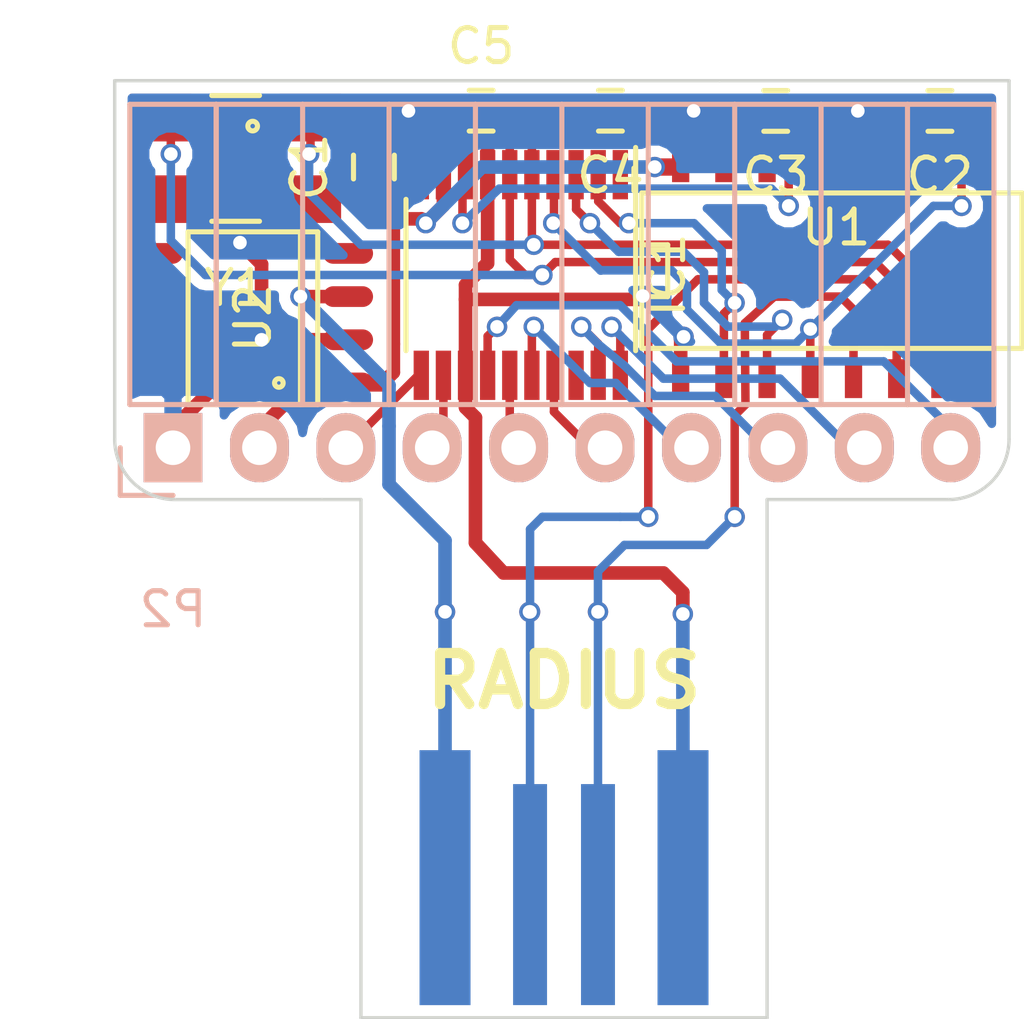
<source format=kicad_pcb>
(kicad_pcb (version 4) (host pcbnew "(2015-04-09 BZR 5589)-product")

  (general
    (links 36)
    (no_connects 0)
    (area 154.127999 104.216999 180.517001 131.876001)
    (thickness 1.6)
    (drawings 16)
    (tracks 247)
    (zones 0)
    (modules 11)
    (nets 20)
  )

  (page A4)
  (layers
    (0 F.Cu signal)
    (31 B.Cu signal)
    (32 B.Adhes user)
    (33 F.Adhes user)
    (34 B.Paste user)
    (35 F.Paste user)
    (36 B.SilkS user)
    (37 F.SilkS user)
    (38 B.Mask user)
    (39 F.Mask user)
    (40 Dwgs.User user)
    (41 Cmts.User user)
    (42 Eco1.User user)
    (43 Eco2.User user)
    (44 Edge.Cuts user)
    (45 Margin user)
    (46 B.CrtYd user)
    (47 F.CrtYd user)
    (48 B.Fab user)
    (49 F.Fab user)
  )

  (setup
    (last_trace_width 0.25)
    (trace_clearance 0.2)
    (zone_clearance 0.33)
    (zone_45_only no)
    (trace_min 0.2)
    (segment_width 0.381)
    (edge_width 0.1)
    (via_size 0.6)
    (via_drill 0.4)
    (via_min_size 0.4)
    (via_min_drill 0.3)
    (uvia_size 0.3)
    (uvia_drill 0.1)
    (uvias_allowed no)
    (uvia_min_size 0.2)
    (uvia_min_drill 0.1)
    (pcb_text_width 0.3)
    (pcb_text_size 1.5 1.5)
    (mod_edge_width 0.15)
    (mod_text_size 1 1)
    (mod_text_width 0.15)
    (pad_size 1.5 1.5)
    (pad_drill 0.6)
    (pad_to_mask_clearance 0)
    (aux_axis_origin 0 0)
    (visible_elements FFFFFF1F)
    (pcbplotparams
      (layerselection 0x00030_80000001)
      (usegerberextensions false)
      (excludeedgelayer true)
      (linewidth 0.100000)
      (plotframeref false)
      (viasonmask false)
      (mode 1)
      (useauxorigin false)
      (hpglpennumber 1)
      (hpglpenspeed 20)
      (hpglpendiameter 15)
      (hpglpenoverlay 2)
      (psnegative false)
      (psa4output false)
      (plotreference true)
      (plotvalue true)
      (plotinvisibletext false)
      (padsonsilk false)
      (subtractmaskfromsilk false)
      (outputformat 1)
      (mirror false)
      (drillshape 1)
      (scaleselection 1)
      (outputdirectory ""))
  )

  (net 0 "")
  (net 1 VCC)
  (net 2 GND)
  (net 3 "Net-(C2-Pad1)")
  (net 4 "Net-(C3-Pad1)")
  (net 5 XO)
  (net 6 XI)
  (net 7 USB_TX)
  (net 8 USB_RX)
  (net 9 SDA)
  (net 10 SCL)
  (net 11 G3)
  (net 12 SCK)
  (net 13 MOSI)
  (net 14 MISO)
  (net 15 TXD)
  (net 16 RXD)
  (net 17 D+)
  (net 18 D-)
  (net 19 +5V)

  (net_class Default "This is the default net class."
    (clearance 0.2)
    (trace_width 0.25)
    (via_dia 0.6)
    (via_drill 0.4)
    (uvia_dia 0.3)
    (uvia_drill 0.1)
    (add_net D+)
    (add_net D-)
    (add_net G3)
    (add_net MISO)
    (add_net MOSI)
    (add_net "Net-(C2-Pad1)")
    (add_net "Net-(C3-Pad1)")
    (add_net RXD)
    (add_net SCK)
    (add_net SCL)
    (add_net SDA)
    (add_net TXD)
    (add_net USB_RX)
    (add_net USB_TX)
    (add_net XI)
    (add_net XO)
  )

  (net_class Power ""
    (clearance 0.2)
    (trace_width 0.4)
    (via_dia 0.6)
    (via_drill 0.4)
    (uvia_dia 0.3)
    (uvia_drill 0.1)
    (add_net +5V)
    (add_net GND)
    (add_net VCC)
  )

  (module Capacitors_SMD:C_0603_HandSoldering (layer F.Cu) (tedit 541A9B4D) (tstamp 55915DB8)
    (at 161.798 106.807 90)
    (descr "Capacitor SMD 0603, hand soldering")
    (tags "capacitor 0603")
    (path /558B5C2A)
    (attr smd)
    (fp_text reference C1 (at 0 -1.9 90) (layer F.SilkS)
      (effects (font (size 1 1) (thickness 0.15)))
    )
    (fp_text value C (at 0 1.9 90) (layer F.Fab)
      (effects (font (size 1 1) (thickness 0.15)))
    )
    (fp_line (start -1.85 -0.75) (end 1.85 -0.75) (layer F.CrtYd) (width 0.05))
    (fp_line (start -1.85 0.75) (end 1.85 0.75) (layer F.CrtYd) (width 0.05))
    (fp_line (start -1.85 -0.75) (end -1.85 0.75) (layer F.CrtYd) (width 0.05))
    (fp_line (start 1.85 -0.75) (end 1.85 0.75) (layer F.CrtYd) (width 0.05))
    (fp_line (start -0.35 -0.6) (end 0.35 -0.6) (layer F.SilkS) (width 0.15))
    (fp_line (start 0.35 0.6) (end -0.35 0.6) (layer F.SilkS) (width 0.15))
    (pad 1 smd rect (at -0.95 0 90) (size 1.2 0.75) (layers F.Cu F.Paste F.Mask)
      (net 1 VCC))
    (pad 2 smd rect (at 0.95 0 90) (size 1.2 0.75) (layers F.Cu F.Paste F.Mask)
      (net 2 GND))
    (model Capacitors_SMD.3dshapes/C_0603_HandSoldering.wrl
      (at (xyz 0 0 0))
      (scale (xyz 1 1 1))
      (rotate (xyz 0 0 0))
    )
  )

  (module Capacitors_SMD:C_0603_HandSoldering (layer F.Cu) (tedit 559160AF) (tstamp 55915DBE)
    (at 178.435 105.156 180)
    (descr "Capacitor SMD 0603, hand soldering")
    (tags "capacitor 0603")
    (path /557FB37B)
    (attr smd)
    (fp_text reference C2 (at 0 -1.9 180) (layer F.SilkS)
      (effects (font (size 1 1) (thickness 0.15)))
    )
    (fp_text value C (at 0 1.9 180) (layer F.Fab)
      (effects (font (size 1 1) (thickness 0.15)))
    )
    (fp_line (start -1.85 -0.75) (end 1.85 -0.75) (layer F.CrtYd) (width 0.05))
    (fp_line (start -1.85 0.75) (end 1.85 0.75) (layer F.CrtYd) (width 0.05))
    (fp_line (start -1.85 -0.75) (end -1.85 0.75) (layer F.CrtYd) (width 0.05))
    (fp_line (start 1.85 -0.75) (end 1.85 0.75) (layer F.CrtYd) (width 0.05))
    (fp_line (start -0.35 -0.6) (end 0.35 -0.6) (layer F.SilkS) (width 0.15))
    (fp_line (start 0.35 0.6) (end -0.35 0.6) (layer F.SilkS) (width 0.15))
    (pad 1 smd rect (at -0.95 0 180) (size 1.2 0.75) (layers F.Cu F.Paste F.Mask)
      (net 3 "Net-(C2-Pad1)"))
    (pad 2 smd rect (at 0.95 0 180) (size 1.2 0.75) (layers F.Cu F.Paste F.Mask)
      (net 2 GND))
    (model Capacitors_SMD.3dshapes/C_0603_HandSoldering.wrl
      (at (xyz 0 0 0))
      (scale (xyz 1 1 1))
      (rotate (xyz 0 0 0))
    )
  )

  (module Capacitors_SMD:C_0603_HandSoldering (layer F.Cu) (tedit 541A9B4D) (tstamp 55915DC4)
    (at 173.609 105.156 180)
    (descr "Capacitor SMD 0603, hand soldering")
    (tags "capacitor 0603")
    (path /557FA561)
    (attr smd)
    (fp_text reference C3 (at 0 -1.9 180) (layer F.SilkS)
      (effects (font (size 1 1) (thickness 0.15)))
    )
    (fp_text value C (at 0 1.9 180) (layer F.Fab)
      (effects (font (size 1 1) (thickness 0.15)))
    )
    (fp_line (start -1.85 -0.75) (end 1.85 -0.75) (layer F.CrtYd) (width 0.05))
    (fp_line (start -1.85 0.75) (end 1.85 0.75) (layer F.CrtYd) (width 0.05))
    (fp_line (start -1.85 -0.75) (end -1.85 0.75) (layer F.CrtYd) (width 0.05))
    (fp_line (start 1.85 -0.75) (end 1.85 0.75) (layer F.CrtYd) (width 0.05))
    (fp_line (start -0.35 -0.6) (end 0.35 -0.6) (layer F.SilkS) (width 0.15))
    (fp_line (start 0.35 0.6) (end -0.35 0.6) (layer F.SilkS) (width 0.15))
    (pad 1 smd rect (at -0.95 0 180) (size 1.2 0.75) (layers F.Cu F.Paste F.Mask)
      (net 4 "Net-(C3-Pad1)"))
    (pad 2 smd rect (at 0.95 0 180) (size 1.2 0.75) (layers F.Cu F.Paste F.Mask)
      (net 2 GND))
    (model Capacitors_SMD.3dshapes/C_0603_HandSoldering.wrl
      (at (xyz 0 0 0))
      (scale (xyz 1 1 1))
      (rotate (xyz 0 0 0))
    )
  )

  (module Capacitors_SMD:C_0603_HandSoldering (layer F.Cu) (tedit 541A9B4D) (tstamp 55915DCA)
    (at 168.75 105.15 180)
    (descr "Capacitor SMD 0603, hand soldering")
    (tags "capacitor 0603")
    (path /557FB571)
    (attr smd)
    (fp_text reference C4 (at 0 -1.9 180) (layer F.SilkS)
      (effects (font (size 1 1) (thickness 0.15)))
    )
    (fp_text value C (at 0 1.9 180) (layer F.Fab)
      (effects (font (size 1 1) (thickness 0.15)))
    )
    (fp_line (start -1.85 -0.75) (end 1.85 -0.75) (layer F.CrtYd) (width 0.05))
    (fp_line (start -1.85 0.75) (end 1.85 0.75) (layer F.CrtYd) (width 0.05))
    (fp_line (start -1.85 -0.75) (end -1.85 0.75) (layer F.CrtYd) (width 0.05))
    (fp_line (start 1.85 -0.75) (end 1.85 0.75) (layer F.CrtYd) (width 0.05))
    (fp_line (start -0.35 -0.6) (end 0.35 -0.6) (layer F.SilkS) (width 0.15))
    (fp_line (start 0.35 0.6) (end -0.35 0.6) (layer F.SilkS) (width 0.15))
    (pad 1 smd rect (at -0.95 0 180) (size 1.2 0.75) (layers F.Cu F.Paste F.Mask)
      (net 2 GND))
    (pad 2 smd rect (at 0.95 0 180) (size 1.2 0.75) (layers F.Cu F.Paste F.Mask)
      (net 5 XO))
    (model Capacitors_SMD.3dshapes/C_0603_HandSoldering.wrl
      (at (xyz 0 0 0))
      (scale (xyz 1 1 1))
      (rotate (xyz 0 0 0))
    )
  )

  (module Capacitors_SMD:C_0603_HandSoldering (layer F.Cu) (tedit 541A9B4D) (tstamp 55915DD0)
    (at 164.95 105.15)
    (descr "Capacitor SMD 0603, hand soldering")
    (tags "capacitor 0603")
    (path /557FB5A3)
    (attr smd)
    (fp_text reference C5 (at 0 -1.9) (layer F.SilkS)
      (effects (font (size 1 1) (thickness 0.15)))
    )
    (fp_text value C (at 0 1.9) (layer F.Fab)
      (effects (font (size 1 1) (thickness 0.15)))
    )
    (fp_line (start -1.85 -0.75) (end 1.85 -0.75) (layer F.CrtYd) (width 0.05))
    (fp_line (start -1.85 0.75) (end 1.85 0.75) (layer F.CrtYd) (width 0.05))
    (fp_line (start -1.85 -0.75) (end -1.85 0.75) (layer F.CrtYd) (width 0.05))
    (fp_line (start 1.85 -0.75) (end 1.85 0.75) (layer F.CrtYd) (width 0.05))
    (fp_line (start -0.35 -0.6) (end 0.35 -0.6) (layer F.SilkS) (width 0.15))
    (fp_line (start 0.35 0.6) (end -0.35 0.6) (layer F.SilkS) (width 0.15))
    (pad 1 smd rect (at -0.95 0) (size 1.2 0.75) (layers F.Cu F.Paste F.Mask)
      (net 2 GND))
    (pad 2 smd rect (at 0.95 0) (size 1.2 0.75) (layers F.Cu F.Paste F.Mask)
      (net 6 XI))
    (model Capacitors_SMD.3dshapes/C_0603_HandSoldering.wrl
      (at (xyz 0 0 0))
      (scale (xyz 1 1 1))
      (rotate (xyz 0 0 0))
    )
  )

  (module Housings_SSOP:TSSOP-20_4.4x6.5mm_Pitch0.65mm (layer F.Cu) (tedit 54130A77) (tstamp 55915DE8)
    (at 166.116 109.982 270)
    (descr "20-Lead Plastic Thin Shrink Small Outline (ST)-4.4 mm Body [TSSOP] (see Microchip Packaging Specification 00000049BS.pdf)")
    (tags "SSOP 0.65")
    (path /557FA4E7)
    (attr smd)
    (fp_text reference IC1 (at 0 -4.3 270) (layer F.SilkS)
      (effects (font (size 1 1) (thickness 0.15)))
    )
    (fp_text value STM8S003F3P (at 0 4.3 270) (layer F.Fab)
      (effects (font (size 1 1) (thickness 0.15)))
    )
    (fp_line (start -3.95 -3.55) (end -3.95 3.55) (layer F.CrtYd) (width 0.05))
    (fp_line (start 3.95 -3.55) (end 3.95 3.55) (layer F.CrtYd) (width 0.05))
    (fp_line (start -3.95 -3.55) (end 3.95 -3.55) (layer F.CrtYd) (width 0.05))
    (fp_line (start -3.95 3.55) (end 3.95 3.55) (layer F.CrtYd) (width 0.05))
    (fp_line (start -2.225 3.375) (end 2.225 3.375) (layer F.SilkS) (width 0.15))
    (fp_line (start -3.75 -3.375) (end 2.225 -3.375) (layer F.SilkS) (width 0.15))
    (pad 1 smd rect (at -2.95 -2.925 270) (size 1.45 0.45) (layers F.Cu F.Paste F.Mask))
    (pad 2 smd rect (at -2.95 -2.275 270) (size 1.45 0.45) (layers F.Cu F.Paste F.Mask)
      (net 7 USB_TX))
    (pad 3 smd rect (at -2.95 -1.625 270) (size 1.45 0.45) (layers F.Cu F.Paste F.Mask)
      (net 8 USB_RX))
    (pad 4 smd rect (at -2.95 -0.975 270) (size 1.45 0.45) (layers F.Cu F.Paste F.Mask)
      (net 3 "Net-(C2-Pad1)"))
    (pad 5 smd rect (at -2.95 -0.325 270) (size 1.45 0.45) (layers F.Cu F.Paste F.Mask)
      (net 5 XO))
    (pad 6 smd rect (at -2.95 0.325 270) (size 1.45 0.45) (layers F.Cu F.Paste F.Mask)
      (net 6 XI))
    (pad 7 smd rect (at -2.95 0.975 270) (size 1.45 0.45) (layers F.Cu F.Paste F.Mask)
      (net 2 GND))
    (pad 8 smd rect (at -2.95 1.625 270) (size 1.45 0.45) (layers F.Cu F.Paste F.Mask)
      (net 4 "Net-(C3-Pad1)"))
    (pad 9 smd rect (at -2.95 2.275 270) (size 1.45 0.45) (layers F.Cu F.Paste F.Mask)
      (net 1 VCC))
    (pad 10 smd rect (at -2.95 2.925 270) (size 1.45 0.45) (layers F.Cu F.Paste F.Mask))
    (pad 11 smd rect (at 2.95 2.925 270) (size 1.45 0.45) (layers F.Cu F.Paste F.Mask)
      (net 9 SDA))
    (pad 12 smd rect (at 2.95 2.275 270) (size 1.45 0.45) (layers F.Cu F.Paste F.Mask)
      (net 10 SCL))
    (pad 13 smd rect (at 2.95 1.625 270) (size 1.45 0.45) (layers F.Cu F.Paste F.Mask)
      (net 2 GND))
    (pad 14 smd rect (at 2.95 0.975 270) (size 1.45 0.45) (layers F.Cu F.Paste F.Mask)
      (net 11 G3))
    (pad 15 smd rect (at 2.95 0.325 270) (size 1.45 0.45) (layers F.Cu F.Paste F.Mask)
      (net 12 SCK))
    (pad 16 smd rect (at 2.95 -0.325 270) (size 1.45 0.45) (layers F.Cu F.Paste F.Mask)
      (net 13 MOSI))
    (pad 17 smd rect (at 2.95 -0.975 270) (size 1.45 0.45) (layers F.Cu F.Paste F.Mask)
      (net 14 MISO))
    (pad 18 smd rect (at 2.95 -1.625 270) (size 1.45 0.45) (layers F.Cu F.Paste F.Mask))
    (pad 19 smd rect (at 2.95 -2.275 270) (size 1.45 0.45) (layers F.Cu F.Paste F.Mask)
      (net 15 TXD))
    (pad 20 smd rect (at 2.95 -2.925 270) (size 1.45 0.45) (layers F.Cu F.Paste F.Mask)
      (net 16 RXD))
    (model Housings_SSOP.3dshapes/TSSOP-20_4.4x6.5mm_Pitch0.65mm.wrl
      (at (xyz 0 0 0))
      (scale (xyz 1 1 1))
      (rotate (xyz 0 0 0))
    )
  )

  (module usbpcb:USB-A-PCB (layer B.Cu) (tedit 5591A6EF) (tstamp 55915DF0)
    (at 167.386 127.903 270)
    (descr "Card-edge USB A connector.")
    (path /557FD28F)
    (fp_text reference P1 (at 0 0 270) (layer Cmts.User) hide
      (effects (font (size 0 0) (thickness 0.000001)))
    )
    (fp_text value CONN_01X04 (at 0 0 270) (layer Eco1.User) hide
      (effects (font (size 0 0) (thickness 0.000001)))
    )
    (fp_text user >Name (at -0.4572 4.8768 270) (layer Eco1.User)
      (effects (font (size 0.4064 0.4064) (thickness 0.03048)))
    )
    (fp_text user >Value (at -0.0508 -5.2832 270) (layer Eco1.User)
      (effects (font (size 0.4064 0.4064) (thickness 0.03048)))
    )
    (fp_line (start -4.99872 5.99948) (end 3.69824 5.99948) (layer Cmts.User) (width 0.127))
    (fp_line (start 3.69824 5.99948) (end 3.69824 -5.99948) (layer Cmts.User) (width 0.127))
    (fp_line (start 3.69824 -5.99948) (end -4.99872 -5.99948) (layer Cmts.User) (width 0.127))
    (fp_line (start -4.99872 -5.99948) (end -4.99872 5.99948) (layer Cmts.User) (width 0.127))
    (pad 4 smd rect (at -0.19812 -3.49758 270) (size 7.49808 1.4986) (layers B.Cu B.Paste B.Mask)
      (net 2 GND))
    (pad 3 smd rect (at 0.29972 -0.99822 270) (size 6.49986 0.99822) (layers B.Cu B.Paste B.Mask)
      (net 17 D+))
    (pad 2 smd rect (at 0.29972 0.99822 270) (size 6.49986 0.99822) (layers B.Cu B.Paste B.Mask)
      (net 18 D-))
    (pad 1 smd rect (at -0.19812 3.49758 270) (size 7.49808 1.4986) (layers B.Cu B.Paste B.Mask)
      (net 19 +5V))
  )

  (module Socket_Strips:Socket_Strip_Angled_1x10 locked (layer B.Cu) (tedit 0) (tstamp 55915DFE)
    (at 155.8925 115.062)
    (descr "Through hole socket strip")
    (tags "socket strip")
    (path /557FD61A)
    (fp_text reference P2 (at 0 4.75) (layer B.SilkS)
      (effects (font (size 1 1) (thickness 0.15)) (justify mirror))
    )
    (fp_text value CONN_01X10 (at 0 2.75) (layer B.Fab)
      (effects (font (size 1 1) (thickness 0.15)) (justify mirror))
    )
    (fp_line (start -1.75 1.5) (end -1.75 -10.6) (layer B.CrtYd) (width 0.05))
    (fp_line (start 24.65 1.5) (end 24.65 -10.6) (layer B.CrtYd) (width 0.05))
    (fp_line (start -1.75 1.5) (end 24.65 1.5) (layer B.CrtYd) (width 0.05))
    (fp_line (start -1.75 -10.6) (end 24.65 -10.6) (layer B.CrtYd) (width 0.05))
    (fp_line (start 16.51 -10.1) (end 16.51 -1.27) (layer B.SilkS) (width 0.15))
    (fp_line (start 13.97 -10.1) (end 16.51 -10.1) (layer B.SilkS) (width 0.15))
    (fp_line (start 13.97 -1.27) (end 16.51 -1.27) (layer B.SilkS) (width 0.15))
    (fp_line (start 16.51 -1.27) (end 19.05 -1.27) (layer B.SilkS) (width 0.15))
    (fp_line (start 16.51 -10.1) (end 19.05 -10.1) (layer B.SilkS) (width 0.15))
    (fp_line (start 19.05 -10.1) (end 19.05 -1.27) (layer B.SilkS) (width 0.15))
    (fp_line (start 21.59 -10.1) (end 21.59 -1.27) (layer B.SilkS) (width 0.15))
    (fp_line (start 19.05 -10.1) (end 21.59 -10.1) (layer B.SilkS) (width 0.15))
    (fp_line (start 19.05 -1.27) (end 21.59 -1.27) (layer B.SilkS) (width 0.15))
    (fp_line (start 21.59 -1.27) (end 24.13 -1.27) (layer B.SilkS) (width 0.15))
    (fp_line (start 21.59 -10.1) (end 24.13 -10.1) (layer B.SilkS) (width 0.15))
    (fp_line (start 24.13 -10.1) (end 24.13 -1.27) (layer B.SilkS) (width 0.15))
    (fp_line (start 13.97 -10.1) (end 13.97 -1.27) (layer B.SilkS) (width 0.15))
    (fp_line (start 11.43 -10.1) (end 13.97 -10.1) (layer B.SilkS) (width 0.15))
    (fp_line (start 11.43 -1.27) (end 13.97 -1.27) (layer B.SilkS) (width 0.15))
    (fp_line (start 8.89 -1.27) (end 11.43 -1.27) (layer B.SilkS) (width 0.15))
    (fp_line (start 8.89 -10.1) (end 11.43 -10.1) (layer B.SilkS) (width 0.15))
    (fp_line (start 11.43 -10.1) (end 11.43 -1.27) (layer B.SilkS) (width 0.15))
    (fp_line (start 8.89 -10.1) (end 8.89 -1.27) (layer B.SilkS) (width 0.15))
    (fp_line (start 6.35 -10.1) (end 8.89 -10.1) (layer B.SilkS) (width 0.15))
    (fp_line (start 6.35 -1.27) (end 8.89 -1.27) (layer B.SilkS) (width 0.15))
    (fp_line (start 3.81 -1.27) (end 6.35 -1.27) (layer B.SilkS) (width 0.15))
    (fp_line (start 3.81 -10.1) (end 6.35 -10.1) (layer B.SilkS) (width 0.15))
    (fp_line (start 6.35 -10.1) (end 6.35 -1.27) (layer B.SilkS) (width 0.15))
    (fp_line (start 3.81 -10.1) (end 3.81 -1.27) (layer B.SilkS) (width 0.15))
    (fp_line (start 1.27 -10.1) (end 3.81 -10.1) (layer B.SilkS) (width 0.15))
    (fp_line (start 1.27 -1.27) (end 1.27 -10.1) (layer B.SilkS) (width 0.15))
    (fp_line (start 1.27 -1.27) (end 3.81 -1.27) (layer B.SilkS) (width 0.15))
    (fp_line (start -1.27 -1.27) (end 1.27 -1.27) (layer B.SilkS) (width 0.15))
    (fp_line (start 0 1.4) (end -1.55 1.4) (layer B.SilkS) (width 0.15))
    (fp_line (start -1.55 1.4) (end -1.55 0) (layer B.SilkS) (width 0.15))
    (fp_line (start -1.27 -1.27) (end -1.27 -10.1) (layer B.SilkS) (width 0.15))
    (fp_line (start -1.27 -10.1) (end 1.27 -10.1) (layer B.SilkS) (width 0.15))
    (fp_line (start 1.27 -10.1) (end 1.27 -1.27) (layer B.SilkS) (width 0.15))
    (pad 1 thru_hole rect (at 0 0) (size 1.7272 2.032) (drill 1.016) (layers *.Cu *.Mask B.SilkS)
      (net 2 GND))
    (pad 2 thru_hole oval (at 2.54 0) (size 1.7272 2.032) (drill 1.016) (layers *.Cu *.Mask B.SilkS)
      (net 1 VCC))
    (pad 3 thru_hole oval (at 5.08 0) (size 1.7272 2.032) (drill 1.016) (layers *.Cu *.Mask B.SilkS)
      (net 9 SDA))
    (pad 4 thru_hole oval (at 7.62 0) (size 1.7272 2.032) (drill 1.016) (layers *.Cu *.Mask B.SilkS)
      (net 10 SCL))
    (pad 5 thru_hole oval (at 10.16 0) (size 1.7272 2.032) (drill 1.016) (layers *.Cu *.Mask B.SilkS)
      (net 12 SCK))
    (pad 6 thru_hole oval (at 12.7 0) (size 1.7272 2.032) (drill 1.016) (layers *.Cu *.Mask B.SilkS)
      (net 14 MISO))
    (pad 7 thru_hole oval (at 15.24 0) (size 1.7272 2.032) (drill 1.016) (layers *.Cu *.Mask B.SilkS)
      (net 13 MOSI))
    (pad 8 thru_hole oval (at 17.78 0) (size 1.7272 2.032) (drill 1.016) (layers *.Cu *.Mask B.SilkS)
      (net 15 TXD))
    (pad 9 thru_hole oval (at 20.32 0) (size 1.7272 2.032) (drill 1.016) (layers *.Cu *.Mask B.SilkS)
      (net 16 RXD))
    (pad 10 thru_hole oval (at 22.86 0) (size 1.7272 2.032) (drill 1.016) (layers *.Cu *.Mask B.SilkS)
      (net 11 G3))
    (model Socket_Strips.3dshapes/Socket_Strip_Angled_1x10.wrl
      (at (xyz 0.45 0 0))
      (scale (xyz 1 1 1))
      (rotate (xyz 0 0 180))
    )
  )

  (module SMD_Packages:SO-16-N (layer F.Cu) (tedit 55915E9C) (tstamp 55915E12)
    (at 175.26 109.855)
    (descr "Module CMS SOJ 16 pins large")
    (tags "CMS SOJ")
    (path /557FBDB4)
    (attr smd)
    (fp_text reference U1 (at 0.127 -1.27) (layer F.SilkS)
      (effects (font (size 1 1) (thickness 0.15)))
    )
    (fp_text value CH340G (at 0 1.27 180) (layer F.Fab)
      (effects (font (size 1 1) (thickness 0.15)))
    )
    (fp_line (start -5.588 -0.762) (end -4.826 -0.762) (layer F.SilkS) (width 0.15))
    (fp_line (start -4.826 -0.762) (end -4.826 0.762) (layer F.SilkS) (width 0.15))
    (fp_line (start -4.826 0.762) (end -5.588 0.762) (layer F.SilkS) (width 0.15))
    (fp_line (start 5.588 -2.286) (end 5.588 2.286) (layer F.SilkS) (width 0.15))
    (fp_line (start 5.588 2.286) (end -5.588 2.286) (layer F.SilkS) (width 0.15))
    (fp_line (start -5.588 2.286) (end -5.588 -2.286) (layer F.SilkS) (width 0.15))
    (fp_line (start -5.588 -2.286) (end 5.588 -2.286) (layer F.SilkS) (width 0.15))
    (pad 16 smd rect (at -4.445 -3.175) (size 0.508 1.143) (layers F.Cu F.Paste F.Mask)
      (net 1 VCC))
    (pad 14 smd rect (at -1.905 -3.175) (size 0.508 1.143) (layers F.Cu F.Paste F.Mask))
    (pad 13 smd rect (at -0.635 -3.175) (size 0.508 1.143) (layers F.Cu F.Paste F.Mask))
    (pad 12 smd rect (at 0.635 -3.175) (size 0.508 1.143) (layers F.Cu F.Paste F.Mask))
    (pad 11 smd rect (at 1.905 -3.175) (size 0.508 1.143) (layers F.Cu F.Paste F.Mask))
    (pad 10 smd rect (at 3.175 -3.175) (size 0.508 1.143) (layers F.Cu F.Paste F.Mask))
    (pad 9 smd rect (at 4.445 -3.175) (size 0.508 1.143) (layers F.Cu F.Paste F.Mask))
    (pad 8 smd rect (at 4.445 3.175) (size 0.508 1.143) (layers F.Cu F.Paste F.Mask)
      (net 5 XO))
    (pad 7 smd rect (at 3.175 3.175) (size 0.508 1.143) (layers F.Cu F.Paste F.Mask)
      (net 6 XI))
    (pad 6 smd rect (at 1.905 3.175) (size 0.508 1.143) (layers F.Cu F.Paste F.Mask)
      (net 18 D-))
    (pad 5 smd rect (at 0.635 3.175) (size 0.508 1.143) (layers F.Cu F.Paste F.Mask)
      (net 17 D+))
    (pad 4 smd rect (at -0.635 3.175) (size 0.508 1.143) (layers F.Cu F.Paste F.Mask)
      (net 3 "Net-(C2-Pad1)"))
    (pad 3 smd rect (at -1.905 3.175) (size 0.508 1.143) (layers F.Cu F.Paste F.Mask)
      (net 8 USB_RX))
    (pad 2 smd rect (at -3.175 3.175) (size 0.508 1.143) (layers F.Cu F.Paste F.Mask)
      (net 7 USB_TX))
    (pad 1 smd rect (at -4.445 3.175) (size 0.508 1.143) (layers F.Cu F.Paste F.Mask)
      (net 2 GND))
    (pad 15 smd rect (at -3.175 -3.175) (size 0.508 1.143) (layers F.Cu F.Paste F.Mask))
    (model SMD_Packages.3dshapes/SO-16-N.wrl
      (at (xyz 0 0 0))
      (scale (xyz 0.5 0.4 0.5))
      (rotate (xyz 0 0 0))
    )
  )

  (module Power_Integrations:SO-8 (layer F.Cu) (tedit 55915E3D) (tstamp 55915E1E)
    (at 158.242 111.252 90)
    (descr "SO-8 Surface Mount Small Outline 150mil 8pin Package")
    (tags "Power Integrations D Package")
    (path /557FCB91)
    (fp_text reference U2 (at 0 0 90) (layer F.SilkS)
      (effects (font (size 1 1) (thickness 0.15)))
    )
    (fp_text value LM2931AZ-3.3/5.0 (at 0 0 180) (layer F.Fab)
      (effects (font (size 1 1) (thickness 0.15)))
    )
    (fp_circle (center -1.905 0.762) (end -1.778 0.762) (layer F.SilkS) (width 0.15))
    (fp_line (start -2.54 1.397) (end 2.54 1.397) (layer F.SilkS) (width 0.15))
    (fp_line (start -2.54 -1.905) (end 2.54 -1.905) (layer F.SilkS) (width 0.15))
    (fp_line (start -2.54 1.905) (end 2.54 1.905) (layer F.SilkS) (width 0.15))
    (fp_line (start -2.54 1.905) (end -2.54 -1.905) (layer F.SilkS) (width 0.15))
    (fp_line (start 2.54 1.905) (end 2.54 -1.905) (layer F.SilkS) (width 0.15))
    (pad 1 smd oval (at -1.905 2.794 90) (size 0.6096 1.4732) (layers F.Cu F.Paste F.Mask)
      (net 1 VCC))
    (pad 2 smd oval (at -0.635 2.794 90) (size 0.6096 1.4732) (layers F.Cu F.Paste F.Mask)
      (net 2 GND))
    (pad 3 smd oval (at 0.635 2.794 90) (size 0.6096 1.4732) (layers F.Cu F.Paste F.Mask)
      (net 19 +5V))
    (pad 4 smd oval (at 1.905 2.794 90) (size 0.6096 1.4732) (layers F.Cu F.Paste F.Mask))
    (pad 5 smd oval (at 1.905 -2.794 90) (size 0.6096 1.4732) (layers F.Cu F.Paste F.Mask))
    (pad 6 smd oval (at 0.635 -2.794 90) (size 0.6096 1.4732) (layers F.Cu F.Paste F.Mask))
    (pad 7 smd oval (at -0.635 -2.794 90) (size 0.6096 1.4732) (layers F.Cu F.Paste F.Mask))
    (pad 8 smd oval (at -1.905 -2.794 90) (size 0.6096 1.4732) (layers F.Cu F.Paste F.Mask))
    (model ../../../../../Users/tim/Desktop/radius/walter-3d/crystal/so-8.wrl
      (at (xyz 0 0 0))
      (scale (xyz 1 1 1))
      (rotate (xyz 0 0 0))
    )
  )

  (module Crystals:Crystal_SMD_0603_4Pads (layer F.Cu) (tedit 0) (tstamp 55915E26)
    (at 157.734 106.553 180)
    (descr "Crystal, Quarz, SMD, 0603, 4 Pads,")
    (tags "Crystal, Quarz, SMD, 0603, 4 Pads,")
    (path /557FB4E7)
    (attr smd)
    (fp_text reference Y1 (at 0 -3.81 180) (layer F.SilkS)
      (effects (font (size 1 1) (thickness 0.15)))
    )
    (fp_text value Crystal (at 0 3.81 180) (layer F.Fab)
      (effects (font (size 1 1) (thickness 0.15)))
    )
    (fp_circle (center 0 0) (end 0.50038 0) (layer F.Adhes) (width 0.381))
    (fp_circle (center 0 0) (end 0.14986 0) (layer F.Adhes) (width 0.381))
    (fp_circle (center -0.50038 0.94996) (end -0.39878 1.04902) (layer F.SilkS) (width 0.15))
    (fp_line (start 0.70104 1.84912) (end -0.70104 1.84912) (layer F.SilkS) (width 0.15))
    (fp_line (start -0.70104 -1.84912) (end 0.70104 -1.84912) (layer F.SilkS) (width 0.15))
    (pad 1 smd rect (at -2.19964 1.19888 180) (size 1.80086 1.39954) (layers F.Cu F.Paste F.Mask)
      (net 5 XO))
    (pad 2 smd rect (at 2.19964 1.19888 180) (size 1.80086 1.39954) (layers F.Cu F.Paste F.Mask)
      (net 6 XI))
    (pad 3 smd rect (at 2.19964 -1.19888 180) (size 1.80086 1.39954) (layers F.Cu F.Paste F.Mask))
    (pad 4 smd rect (at -2.19964 -1.19888 180) (size 1.80086 1.39954) (layers F.Cu F.Paste F.Mask))
    (model ../../../../../Users/tim/Desktop/radius/walter-3d/crystal/crystal_fa-128.wrl
      (at (xyz 0 0 0))
      (scale (xyz 2.5 2.5 2.5))
      (rotate (xyz 0 0 0))
    )
  )

  (gr_text RADIUS (at 167.386 121.92) (layer F.SilkS)
    (effects (font (size 1.5 1.5) (thickness 0.3)))
  )
  (gr_line (start 154.178 114.808) (end 154.178 104.267) (angle 90) (layer Edge.Cuts) (width 0.1))
  (gr_line (start 160.274 116.586) (end 155.956 116.586) (angle 90) (layer Edge.Cuts) (width 0.1))
  (gr_arc (start 155.956 114.808) (end 154.178 114.808) (angle -90) (layer Edge.Cuts) (width 0.1) (tstamp 55919F7D))
  (gr_line (start 178.689 116.586) (end 173.355 116.586) (angle 90) (layer Edge.Cuts) (width 0.1))
  (gr_line (start 180.467 114.808) (end 180.467 104.267) (angle 90) (layer Edge.Cuts) (width 0.1))
  (gr_arc (start 178.689 114.808) (end 180.467 114.808) (angle 90) (layer Edge.Cuts) (width 0.1))
  (gr_line (start 173.355 131.826) (end 173.355 116.586) (angle 90) (layer Edge.Cuts) (width 0.1))
  (gr_line (start 161.417 131.826) (end 173.355 131.826) (angle 90) (layer Edge.Cuts) (width 0.1))
  (gr_line (start 161.417 116.586) (end 160.274 116.586) (angle 90) (layer Edge.Cuts) (width 0.1))
  (gr_line (start 161.417 131.826) (end 161.417 116.586) (angle 90) (layer Edge.Cuts) (width 0.1))
  (gr_line (start 180.213 104.521) (end 180.213 105.283) (angle 90) (layer Margin) (width 0.381))
  (gr_line (start 171.958 104.267) (end 180.467 104.267) (angle 90) (layer Edge.Cuts) (width 0.1))
  (gr_line (start 154.178 104.267) (end 171.958 104.267) (angle 90) (layer Edge.Cuts) (width 0.1))
  (gr_line (start 154.432 104.521) (end 154.432 107.315) (angle 90) (layer Margin) (width 0.381))
  (gr_line (start 154.7495 104.4702) (end 164.5285 104.4702) (angle 90) (layer Margin) (width 0.381))

  (segment (start 161.417 113.157) (end 161.036 113.157) (width 0.25) (layer F.Cu) (net 1) (tstamp 55918287))
  (segment (start 164.973 106.807) (end 163.322 108.458) (width 0.4) (layer B.Cu) (net 1) (tstamp 55917A2E))
  (segment (start 170.053 106.807) (end 164.973 106.807) (width 0.4) (layer B.Cu) (net 1) (tstamp 55917A2D))
  (via (at 170.053 106.807) (size 0.6) (layers F.Cu B.Cu) (net 1))
  (segment (start 170.688 106.807) (end 170.053 106.807) (width 0.508) (layer F.Cu) (net 1))
  (via (at 163.322 108.458) (size 0.6) (layers F.Cu B.Cu) (net 1))
  (segment (start 170.688 106.807) (end 170.815 106.68) (width 0.25) (layer F.Cu) (net 1) (tstamp 55917A40))
  (segment (start 161.798 107.757) (end 161.986 107.757) (width 0.25) (layer F.Cu) (net 1))
  (segment (start 163.322 108.458) (end 163.841 107.939) (width 0.4) (layer F.Cu) (net 1) (tstamp 5591736B))
  (segment (start 163.841 107.939) (end 163.841 107.032) (width 0.4) (layer F.Cu) (net 1) (tstamp 5591736D) (status 20))
  (segment (start 159.7914 113.157) (end 161.036 113.157) (width 0.4) (layer F.Cu) (net 1) (tstamp 55918FAB))
  (segment (start 158.4325 114.5159) (end 159.7914 113.157) (width 0.4) (layer F.Cu) (net 1) (tstamp 55918FAA))
  (segment (start 158.4325 115.062) (end 158.4325 114.5159) (width 0.4) (layer F.Cu) (net 1))
  (segment (start 162.3695 108.3285) (end 161.798 107.757) (width 0.4) (layer F.Cu) (net 1) (tstamp 5591A06E))
  (segment (start 162.3695 112.014) (end 162.3695 112.846168) (width 0.4) (layer F.Cu) (net 1) (tstamp 55918DCD))
  (segment (start 162.3695 112.846168) (end 162.058668 113.157) (width 0.4) (layer F.Cu) (net 1) (tstamp 55918DD0))
  (segment (start 161.036 113.157) (end 162.058668 113.157) (width 0.508) (layer F.Cu) (net 1) (tstamp 55918DD2))
  (segment (start 162.3695 108.331) (end 162.3695 108.3285) (width 0.4) (layer F.Cu) (net 1) (tstamp 5591A07A))
  (segment (start 162.3695 112.014) (end 162.3695 108.331) (width 0.4) (layer F.Cu) (net 1))
  (segment (start 163.195 108.331) (end 163.322 108.458) (width 0.4) (layer F.Cu) (net 1) (tstamp 5591A07C))
  (segment (start 162.3695 108.331) (end 163.195 108.331) (width 0.4) (layer F.Cu) (net 1))
  (segment (start 170.815 113.03) (end 170.815 111.885) (width 0.4) (layer F.Cu) (net 2))
  (segment (start 169.6 110.7) (end 164.491 110.7) (width 0.4) (layer F.Cu) (net 2) (tstamp 55919D1B))
  (segment (start 169.7 110.6) (end 169.6 110.7) (width 0.25) (layer F.Cu) (net 2) (tstamp 55919D1A))
  (via (at 169.7 110.6) (size 0.6) (layers F.Cu B.Cu) (net 2))
  (segment (start 170.9 111.8) (end 169.7 110.6) (width 0.4) (layer B.Cu) (net 2) (tstamp 55919D0F))
  (via (at 170.9 111.8) (size 0.6) (layers F.Cu B.Cu) (net 2))
  (segment (start 170.815 111.885) (end 170.9 111.8) (width 0.4) (layer F.Cu) (net 2) (tstamp 55919D0A))
  (segment (start 158.496 111.887) (end 158.496 109.6645) (width 0.4) (layer F.Cu) (net 2))
  (via (at 158.496 111.887) (size 0.6) (layers F.Cu B.Cu) (net 2))
  (segment (start 159.893 105.156) (end 162.814 105.156) (width 0.4) (layer B.Cu) (net 2) (tstamp 559185F3))
  (segment (start 157.861 107.188) (end 159.893 105.156) (width 0.4) (layer B.Cu) (net 2) (tstamp 559185F1))
  (segment (start 157.861 109.0295) (end 157.861 107.188) (width 0.4) (layer B.Cu) (net 2) (tstamp 559185F0))
  (via (at 157.861 109.0295) (size 0.6) (layers F.Cu B.Cu) (net 2))
  (segment (start 158.496 109.6645) (end 157.861 109.0295) (width 0.4) (layer F.Cu) (net 2) (tstamp 559185E9))
  (segment (start 165.141 109.134) (end 165.141 107.032) (width 0.4) (layer F.Cu) (net 2) (tstamp 55917D58) (status 20))
  (segment (start 165.141 109.642) (end 165.141 109.134) (width 0.4) (layer F.Cu) (net 2) (tstamp 559184AC))
  (segment (start 171.196 105.156) (end 169.352 105.156) (width 0.4) (layer F.Cu) (net 2) (status 20))
  (segment (start 162.814 105.156) (end 171.196 105.156) (width 0.4) (layer B.Cu) (net 2))
  (segment (start 171.196 105.156) (end 172.659 105.156) (width 0.4) (layer F.Cu) (net 2))
  (segment (start 176.022 105.156) (end 171.196 105.156) (width 0.4) (layer B.Cu) (net 2) (tstamp 559177D5))
  (via (at 176.022 105.156) (size 0.6) (layers F.Cu B.Cu) (net 2))
  (segment (start 177.485 105.156) (end 176.022 105.156) (width 0.4) (layer F.Cu) (net 2))
  (via (at 171.196 105.156) (size 0.6) (layers F.Cu B.Cu) (net 2))
  (via (at 162.814 105.156) (size 0.6) (layers F.Cu B.Cu) (net 2))
  (segment (start 164.084 105.156) (end 163.642 105.156) (width 0.4) (layer F.Cu) (net 2) (tstamp 55917356))
  (segment (start 163.642 105.156) (end 162.814 105.156) (width 0.508) (layer F.Cu) (net 2))
  (segment (start 155.8925 115.062) (end 155.8925 114.4905) (width 0.4) (layer F.Cu) (net 2))
  (segment (start 155.8925 114.4905) (end 158.496 111.887) (width 0.4) (layer F.Cu) (net 2) (tstamp 55917318))
  (segment (start 158.496 111.887) (end 161.036 111.887) (width 0.4) (layer F.Cu) (net 2) (tstamp 55917320))
  (segment (start 177.485 105.222) (end 177.485 105.156) (width 0.25) (layer F.Cu) (net 2) (tstamp 55917723))
  (segment (start 165.141 109.642) (end 165.1225 109.642) (width 0.25) (layer F.Cu) (net 2))
  (segment (start 164.491 110.2735) (end 165.1225 109.642) (width 0.4) (layer F.Cu) (net 2) (tstamp 55918EFA))
  (segment (start 164.491 112.932) (end 164.491 110.7) (width 0.4) (layer F.Cu) (net 2))
  (segment (start 164.491 110.7) (end 164.491 110.2735) (width 0.4) (layer F.Cu) (net 2) (tstamp 55919D2A))
  (segment (start 163.642 105.156) (end 163.703 105.156) (width 0.4) (layer F.Cu) (net 2))
  (segment (start 165.141 106.091) (end 165.141 107.032) (width 0.4) (layer F.Cu) (net 2) (tstamp 5591917F))
  (segment (start 164.2 105.15) (end 165.141 106.091) (width 0.4) (layer F.Cu) (net 2) (tstamp 5591917C))
  (segment (start 164 105.15) (end 164.2 105.15) (width 0.4) (layer F.Cu) (net 2))
  (segment (start 162.499 105.156) (end 161.798 105.857) (width 0.4) (layer F.Cu) (net 2) (tstamp 5591A154))
  (segment (start 162.814 105.156) (end 162.499 105.156) (width 0.4) (layer F.Cu) (net 2))
  (segment (start 170.878812 119.316812) (end 170.307 118.745) (width 0.4) (layer F.Cu) (net 2) (tstamp 5591A5A5))
  (via (at 170.878812 119.950892) (size 0.6) (layers F.Cu B.Cu) (net 2))
  (segment (start 164.491 113.8815) (end 164.491 112.932) (width 0.4) (layer F.Cu) (net 2) (status 10))
  (segment (start 164.7825 117.856) (end 165.608 118.745) (width 0.4) (layer F.Cu) (net 2) (tstamp 55918772))
  (segment (start 164.7825 114.173) (end 164.7825 117.856) (width 0.4) (layer F.Cu) (net 2) (tstamp 55918767))
  (segment (start 164.491 113.8815) (end 164.7825 114.173) (width 0.4) (layer F.Cu) (net 2) (tstamp 55918765))
  (segment (start 170.88358 127.70488) (end 170.878812 119.950892) (width 0.4) (layer B.Cu) (net 2))
  (segment (start 170.307 118.745) (end 165.608 118.745) (width 0.4) (layer F.Cu) (net 2) (tstamp 559176C1))
  (segment (start 170.878812 119.950892) (end 170.878812 119.316812) (width 0.4) (layer F.Cu) (net 2))
  (segment (start 173.9 112) (end 174.1945 112) (width 0.25) (layer B.Cu) (net 3))
  (segment (start 170.54475 109.84475) (end 171 110.3) (width 0.25) (layer B.Cu) (net 3) (tstamp 55919CED))
  (segment (start 171 110.3) (end 171 111) (width 0.25) (layer B.Cu) (net 3) (tstamp 55919CEE))
  (segment (start 171 111) (end 172 112) (width 0.25) (layer B.Cu) (net 3) (tstamp 55919CEF))
  (segment (start 172 112) (end 173.9 112) (width 0.25) (layer B.Cu) (net 3) (tstamp 55919CF2))
  (segment (start 168.45525 109.84475) (end 170.54475 109.84475) (width 0.25) (layer B.Cu) (net 3))
  (segment (start 174.1945 112) (end 174.625 111.5695) (width 0.25) (layer B.Cu) (net 3) (tstamp 55919CFC))
  (segment (start 179.385 105.5395) (end 179.385 105.156) (width 0.25) (layer F.Cu) (net 3) (tstamp 559177E4))
  (segment (start 178.2445 107.95) (end 179.07 107.95) (width 0.25) (layer B.Cu) (net 3) (tstamp 55918B25))
  (segment (start 174.625 111.5695) (end 178.2445 107.95) (width 0.25) (layer B.Cu) (net 3) (tstamp 55918B24))
  (via (at 179.07 107.95) (size 0.6) (layers F.Cu B.Cu) (net 3))
  (segment (start 179.07 107.95) (end 179.07 105.8545) (width 0.25) (layer F.Cu) (net 3) (tstamp 559177E2))
  (segment (start 179.07 105.8545) (end 179.385 105.5395) (width 0.25) (layer F.Cu) (net 3) (tstamp 559177E3))
  (via (at 174.625 111.5695) (size 0.6) (layers F.Cu B.Cu) (net 3))
  (segment (start 174.625 113.03) (end 174.625 111.5695) (width 0.25) (layer F.Cu) (net 3))
  (segment (start 168.4655 109.855) (end 168.45525 109.84475) (width 0.25) (layer B.Cu) (net 3) (tstamp 55917C77))
  (segment (start 168.45525 109.84475) (end 167.0685 108.458) (width 0.25) (layer B.Cu) (net 3) (tstamp 55919CEB))
  (via (at 167.0685 108.458) (size 0.6) (layers F.Cu B.Cu) (net 3))
  (segment (start 167.091 107.032) (end 167.091 108.4355) (width 0.25) (layer F.Cu) (net 3) (tstamp 559178AA) (status 10))
  (segment (start 167.0685 108.458) (end 167.091 108.4355) (width 0.25) (layer F.Cu) (net 3) (tstamp 559178A9))
  (segment (start 174.559 105.156) (end 174.559 105.222) (width 0.25) (layer F.Cu) (net 4))
  (segment (start 174.559 105.222) (end 173.99 105.791) (width 0.25) (layer F.Cu) (net 4) (tstamp 55917D36))
  (segment (start 173.99 105.791) (end 173.99 107.95) (width 0.25) (layer F.Cu) (net 4) (tstamp 55917D38))
  (via (at 173.99 107.95) (size 0.6) (layers F.Cu B.Cu) (net 4))
  (segment (start 173.99 107.95) (end 173.482 107.442) (width 0.25) (layer B.Cu) (net 4) (tstamp 55917D3F))
  (segment (start 173.482 107.442) (end 165.481 107.442) (width 0.25) (layer B.Cu) (net 4) (tstamp 55917D40))
  (segment (start 165.481 107.442) (end 164.4015 108.458) (width 0.25) (layer B.Cu) (net 4) (tstamp 55917D43))
  (via (at 164.4015 108.458) (size 0.6) (layers F.Cu B.Cu) (net 4))
  (segment (start 164.4015 108.458) (end 164.4275 108.432) (width 0.25) (layer F.Cu) (net 4) (tstamp 55917D48))
  (segment (start 164.4015 107.1215) (end 164.491 107.032) (width 0.25) (layer F.Cu) (net 4) (tstamp 55918F60))
  (segment (start 164.4015 108.458) (end 164.4015 107.1215) (width 0.25) (layer F.Cu) (net 4))
  (segment (start 165.354 109.093) (end 164.846 109.093) (width 0.25) (layer B.Cu) (net 5))
  (via (at 166.497 109.093) (size 0.6) (layers F.Cu B.Cu) (net 5))
  (segment (start 159.93364 105.35412) (end 159.93364 106.38536) (width 0.25) (layer F.Cu) (net 5) (tstamp 55918432))
  (via (at 159.893 106.426) (size 0.6) (layers F.Cu B.Cu) (net 5))
  (segment (start 159.893 106.426) (end 159.93364 106.38536) (width 0.25) (layer F.Cu) (net 5) (tstamp 55918431))
  (segment (start 165.354 109.093) (end 166.497 109.093) (width 0.25) (layer B.Cu) (net 5))
  (segment (start 159.893 107.569) (end 159.893 106.426) (width 0.25) (layer B.Cu) (net 5) (tstamp 559184E9))
  (segment (start 161.417 109.093) (end 159.893 107.569) (width 0.25) (layer B.Cu) (net 5) (tstamp 559184E6))
  (segment (start 164.846 109.093) (end 161.417 109.093) (width 0.25) (layer B.Cu) (net 5) (tstamp 559184E3))
  (segment (start 166.441 107.032) (end 166.441 109.037) (width 0.25) (layer F.Cu) (net 5) (status 10))
  (segment (start 166.441 109.037) (end 166.497 109.093) (width 0.25) (layer F.Cu) (net 5) (tstamp 559184B9))
  (segment (start 167.5765 109.093) (end 166.6875 109.093) (width 0.25) (layer F.Cu) (net 5))
  (segment (start 166.6875 109.093) (end 166.497 109.093) (width 0.25) (layer F.Cu) (net 5))
  (segment (start 179.705 111.887) (end 179.705 113.03) (width 0.25) (layer F.Cu) (net 5) (tstamp 55917526))
  (segment (start 176.911 109.093) (end 179.705 111.887) (width 0.25) (layer F.Cu) (net 5) (tstamp 5591751D))
  (segment (start 167.513 109.093) (end 167.5765 109.093) (width 0.25) (layer F.Cu) (net 5) (tstamp 55917518))
  (segment (start 167.5765 109.093) (end 176.911 109.093) (width 0.25) (layer F.Cu) (net 5) (tstamp 559178B0))
  (segment (start 167.35 105.15) (end 167.8 105.15) (width 0.25) (layer F.Cu) (net 5) (tstamp 55919190))
  (segment (start 166.441 106.059) (end 167.35 105.15) (width 0.25) (layer F.Cu) (net 5) (tstamp 5591918F))
  (segment (start 166.441 107.032) (end 166.441 106.059) (width 0.25) (layer F.Cu) (net 5))
  (segment (start 155.829 106.426) (end 155.829 105.64876) (width 0.25) (layer F.Cu) (net 6) (status 800000))
  (segment (start 155.829 105.64876) (end 155.53436 105.35412) (width 0.25) (layer F.Cu) (net 6) (tstamp 5591A6A7) (status C00000))
  (segment (start 167.132 109.601) (end 176.53 109.601) (width 0.25) (layer F.Cu) (net 6) (tstamp 559174A7))
  (segment (start 166.751 109.982) (end 156.845 109.982) (width 0.25) (layer B.Cu) (net 6))
  (via (at 166.751 109.982) (size 0.6) (layers F.Cu B.Cu) (net 6))
  (segment (start 155.829 106.426) (end 155.91536 106.33964) (width 0.25) (layer F.Cu) (net 6) (tstamp 55918480))
  (via (at 155.829 106.426) (size 0.6) (layers F.Cu B.Cu) (net 6))
  (segment (start 155.829 108.966) (end 155.829 106.426) (width 0.25) (layer B.Cu) (net 6) (tstamp 559184FB))
  (segment (start 156.845 109.982) (end 155.829 108.966) (width 0.25) (layer B.Cu) (net 6) (tstamp 559184F6))
  (segment (start 165.791 108.895) (end 165.791 109.53) (width 0.25) (layer F.Cu) (net 6))
  (segment (start 165.791 107.032) (end 165.791 108.895) (width 0.25) (layer F.Cu) (net 6) (tstamp 559178B7) (status 10))
  (segment (start 166.243 109.982) (end 166.751 109.982) (width 0.25) (layer F.Cu) (net 6) (tstamp 559184BE))
  (segment (start 165.791 109.53) (end 166.243 109.982) (width 0.25) (layer F.Cu) (net 6) (tstamp 559184BC))
  (segment (start 166.751 109.982) (end 167.132 109.601) (width 0.25) (layer F.Cu) (net 6))
  (segment (start 178.435 113.03) (end 178.435 111.506) (width 0.25) (layer F.Cu) (net 6) (tstamp 559174B8))
  (segment (start 176.53 109.601) (end 178.435 111.506) (width 0.25) (layer F.Cu) (net 6) (tstamp 559174B6))
  (segment (start 165.791 107.032) (end 165.791 105.405) (width 0.25) (layer F.Cu) (net 6) (status 10))
  (segment (start 165.791 105.405) (end 165.542 105.156) (width 0.25) (layer F.Cu) (net 6) (tstamp 55917362))
  (segment (start 172.085 113.03) (end 172.085 111.115) (width 0.25) (layer F.Cu) (net 7))
  (segment (start 172.0215 110.4215) (end 172.0215 109.2715) (width 0.25) (layer B.Cu) (net 7) (tstamp 55919C9C))
  (segment (start 172.4 110.8) (end 172.0215 110.4215) (width 0.25) (layer B.Cu) (net 7) (tstamp 55919C9B))
  (via (at 172.4 110.8) (size 0.6) (layers F.Cu B.Cu) (net 7))
  (segment (start 172.085 111.115) (end 172.4 110.8) (width 0.25) (layer F.Cu) (net 7) (tstamp 55919C93))
  (segment (start 171.208 108.458) (end 172.0215 109.2715) (width 0.25) (layer B.Cu) (net 7) (tstamp 55919BC8))
  (segment (start 168.391 107.812) (end 169.037 108.458) (width 0.25) (layer F.Cu) (net 7) (tstamp 55917552))
  (segment (start 169.037 108.458) (end 169.291 108.458) (width 0.25) (layer F.Cu) (net 7) (tstamp 55917562))
  (via (at 169.291 108.458) (size 0.6) (layers F.Cu B.Cu) (net 7))
  (segment (start 168.391 107.032) (end 168.391 107.812) (width 0.25) (layer F.Cu) (net 7) (status 10))
  (segment (start 169.291 108.458) (end 171.208 108.458) (width 0.25) (layer B.Cu) (net 7))
  (segment (start 170.9 109.3) (end 168.99 109.3) (width 0.25) (layer B.Cu) (net 8) (tstamp 55919CCD))
  (segment (start 173.8 111.3) (end 173.8 111.300498) (width 0.25) (layer B.Cu) (net 8))
  (segment (start 173.355 111.745) (end 173.8 111.3) (width 0.25) (layer F.Cu) (net 8) (tstamp 55919C56))
  (via (at 173.8 111.3) (size 0.6) (layers F.Cu B.Cu) (net 8))
  (segment (start 173.355 113.03) (end 173.355 111.745) (width 0.25) (layer F.Cu) (net 8))
  (segment (start 171.5 109.9) (end 170.9 109.3) (width 0.25) (layer B.Cu) (net 8) (tstamp 55919CC8))
  (segment (start 171.5 110.8) (end 171.5 109.9) (width 0.25) (layer B.Cu) (net 8) (tstamp 55919CC4))
  (segment (start 172.2 111.5) (end 171.5 110.8) (width 0.25) (layer B.Cu) (net 8) (tstamp 55919CC0))
  (segment (start 173.600498 111.5) (end 172.2 111.5) (width 0.25) (layer B.Cu) (net 8) (tstamp 55919CBB))
  (segment (start 173.8 111.300498) (end 173.600498 111.5) (width 0.25) (layer B.Cu) (net 8) (tstamp 55919CB8))
  (segment (start 167.741 108.051) (end 168.148 108.458) (width 0.25) (layer F.Cu) (net 8) (tstamp 55917539))
  (via (at 168.148 108.458) (size 0.6) (layers F.Cu B.Cu) (net 8))
  (segment (start 167.741 107.032) (end 167.741 108.051) (width 0.25) (layer F.Cu) (net 8) (status 10))
  (segment (start 168.99 109.3) (end 168.148 108.458) (width 0.25) (layer B.Cu) (net 8) (tstamp 55919CD1))
  (segment (start 163.191 112.932) (end 163.1025 112.932) (width 0.25) (layer F.Cu) (net 9) (status 30))
  (segment (start 163.1025 112.932) (end 160.9725 115.062) (width 0.25) (layer F.Cu) (net 9) (tstamp 55917304) (status 10))
  (segment (start 163.841 112.932) (end 163.841 114.7335) (width 0.25) (layer F.Cu) (net 10) (status 10))
  (segment (start 163.841 114.7335) (end 163.5125 115.062) (width 0.25) (layer F.Cu) (net 10) (tstamp 55917301))
  (segment (start 165.989 110.871) (end 169.037 110.871) (width 0.25) (layer B.Cu) (net 11) (tstamp 55917D7A))
  (segment (start 165.4175 111.506) (end 165.989 110.871) (width 0.25) (layer B.Cu) (net 11) (tstamp 55917D79))
  (via (at 165.4175 111.506) (size 0.6) (layers F.Cu B.Cu) (net 11))
  (segment (start 165.4585 111.547) (end 165.4175 111.506) (width 0.25) (layer F.Cu) (net 11) (tstamp 55917D70))
  (segment (start 170.688 112.522) (end 169.037 110.871) (width 0.25) (layer B.Cu) (net 11) (tstamp 55917CAD))
  (segment (start 176.784 112.522) (end 170.688 112.522) (width 0.25) (layer B.Cu) (net 11) (tstamp 55917CA6))
  (segment (start 178.7525 114.4905) (end 176.784 112.522) (width 0.25) (layer B.Cu) (net 11) (tstamp 55917CA1))
  (segment (start 178.7525 115.062) (end 178.7525 114.4905) (width 0.25) (layer B.Cu) (net 11))
  (segment (start 165.141 111.7825) (end 165.4175 111.506) (width 0.25) (layer F.Cu) (net 11) (tstamp 559191C8))
  (segment (start 165.141 112.932) (end 165.141 111.7825) (width 0.25) (layer F.Cu) (net 11))
  (segment (start 165.791 112.932) (end 165.791 114.8005) (width 0.25) (layer F.Cu) (net 12) (status 10))
  (segment (start 165.791 114.8005) (end 166.0525 115.062) (width 0.25) (layer F.Cu) (net 12) (tstamp 55917307))
  (segment (start 171.1325 115.062) (end 170.815 115.062) (width 0.25) (layer B.Cu) (net 13))
  (segment (start 170.815 115.062) (end 168.91 113.157) (width 0.25) (layer B.Cu) (net 13) (tstamp 55917B1E))
  (segment (start 168.91 113.157) (end 168.148 113.157) (width 0.25) (layer B.Cu) (net 13) (tstamp 55917B26))
  (segment (start 168.148 113.157) (end 166.497 111.506) (width 0.25) (layer B.Cu) (net 13) (tstamp 55917B2A))
  (via (at 166.497 111.506) (size 0.6) (layers F.Cu B.Cu) (net 13))
  (segment (start 166.497 111.506) (end 166.441 111.562) (width 0.25) (layer F.Cu) (net 13) (tstamp 55917B36))
  (segment (start 166.441 111.562) (end 166.441 112.932) (width 0.25) (layer F.Cu) (net 13) (tstamp 55917B37) (status 20))
  (segment (start 167.091 112.932) (end 167.091 114.005) (width 0.25) (layer F.Cu) (net 14) (status 10))
  (segment (start 167.091 114.005) (end 168.148 115.062) (width 0.25) (layer F.Cu) (net 14) (tstamp 55917310))
  (segment (start 168.148 115.062) (end 168.5925 115.062) (width 0.25) (layer F.Cu) (net 14) (tstamp 55917311))
  (segment (start 168.391 112.932) (end 168.391 112.003) (width 0.25) (layer F.Cu) (net 15) (status 10))
  (segment (start 168.391 112.003) (end 167.894 111.506) (width 0.25) (layer F.Cu) (net 15) (tstamp 55917BF1))
  (segment (start 173.6725 115.062) (end 173.355 115.062) (width 0.25) (layer B.Cu) (net 15))
  (segment (start 173.355 115.062) (end 171.831 113.538) (width 0.25) (layer B.Cu) (net 15) (tstamp 55917B3C))
  (segment (start 171.831 113.538) (end 170.053 113.538) (width 0.25) (layer B.Cu) (net 15) (tstamp 55917B41))
  (segment (start 170.053 113.538) (end 169.164 112.649) (width 0.25) (layer B.Cu) (net 15) (tstamp 55917B49))
  (segment (start 169.164 112.649) (end 168.391 112.014) (width 0.25) (layer B.Cu) (net 15) (tstamp 55917B54))
  (segment (start 168.391 112.014) (end 167.894 111.506) (width 0.25) (layer B.Cu) (net 15) (tstamp 55917B58))
  (via (at 167.894 111.506) (size 0.6) (layers F.Cu B.Cu) (net 15))
  (segment (start 167.894 111.506) (end 167.883 111.517) (width 0.25) (layer F.Cu) (net 15) (tstamp 55917B68))
  (segment (start 169.041 112.932) (end 169.041 111.764) (width 0.25) (layer F.Cu) (net 16) (status 10))
  (via (at 168.783 111.506) (size 0.6) (layers F.Cu B.Cu) (net 16))
  (segment (start 169.291 112.014) (end 168.783 111.506) (width 0.25) (layer B.Cu) (net 16) (tstamp 55917BC0))
  (segment (start 170.307 113.03) (end 169.291 112.014) (width 0.25) (layer B.Cu) (net 16) (tstamp 55917BAA))
  (segment (start 173.736 113.03) (end 170.307 113.03) (width 0.25) (layer B.Cu) (net 16) (tstamp 55917BA4))
  (segment (start 173.736 113.03) (end 175.768 115.062) (width 0.25) (layer B.Cu) (net 16) (tstamp 55917B9F))
  (segment (start 169.041 111.764) (end 168.783 111.506) (width 0.25) (layer F.Cu) (net 16) (tstamp 55917C0A))
  (segment (start 176.2125 115.062) (end 175.768 115.062) (width 0.25) (layer B.Cu) (net 16))
  (segment (start 168.402 128.18494) (end 168.38422 128.20272) (width 0.25) (layer B.Cu) (net 17) (tstamp 5591741A))
  (segment (start 175.895 113.03) (end 175.895 113.284) (width 0.25) (layer F.Cu) (net 17))
  (segment (start 168.38422 118.69928) (end 169.164 117.9195) (width 0.25) (layer B.Cu) (net 17) (tstamp 55918ABE))
  (segment (start 169.164 117.9195) (end 171.577 117.9195) (width 0.25) (layer B.Cu) (net 17) (tstamp 55918AC1))
  (segment (start 171.577 117.9195) (end 172.4025 117.094) (width 0.25) (layer B.Cu) (net 17) (tstamp 55918AC3))
  (via (at 172.4025 117.094) (size 0.6) (layers F.Cu B.Cu) (net 17))
  (segment (start 172.4025 117.094) (end 172.4025 114.1095) (width 0.25) (layer F.Cu) (net 17) (tstamp 55918AD0))
  (segment (start 172.4025 114.1095) (end 172.72 113.792) (width 0.25) (layer F.Cu) (net 17) (tstamp 55918AD1))
  (segment (start 172.72 113.792) (end 172.7 111.4) (width 0.25) (layer F.Cu) (net 17) (tstamp 55918AD3))
  (segment (start 172.7 111.4) (end 173.562701 110.619561) (width 0.25) (layer F.Cu) (net 17) (tstamp 55918ADD))
  (segment (start 173.562701 110.619561) (end 175.514 110.617) (width 0.25) (layer F.Cu) (net 17) (tstamp 55918AE1))
  (segment (start 175.514 110.617) (end 175.895 110.998) (width 0.25) (layer F.Cu) (net 17) (tstamp 55918AE5))
  (segment (start 175.895 110.998) (end 175.895 113.03) (width 0.25) (layer F.Cu) (net 17) (tstamp 55918AE8))
  (segment (start 168.38422 119.888) (end 168.38422 118.69928) (width 0.25) (layer B.Cu) (net 17) (tstamp 5591A52E))
  (segment (start 168.38422 128.20272) (end 168.38422 119.888) (width 0.25) (layer B.Cu) (net 17))
  (via (at 168.38422 119.888) (size 0.6) (layers F.Cu B.Cu) (net 17))
  (segment (start 177.165 111.003502) (end 176.270498 110.109) (width 0.25) (layer F.Cu) (net 18) (tstamp 55918A9D))
  (segment (start 176.270498 110.109) (end 171.323 110.109) (width 0.25) (layer F.Cu) (net 18) (tstamp 55918AA0))
  (segment (start 171.323 110.109) (end 169.8625 111.5695) (width 0.25) (layer F.Cu) (net 18) (tstamp 55918AA7))
  (segment (start 169.8625 111.5695) (end 169.8625 117.094) (width 0.25) (layer F.Cu) (net 18) (tstamp 55918AAB))
  (via (at 169.8625 117.094) (size 0.6) (layers F.Cu B.Cu) (net 18))
  (segment (start 169.8625 117.094) (end 169.037 117.094) (width 0.25) (layer B.Cu) (net 18) (tstamp 55918AB8))
  (segment (start 169.037 117.094) (end 166.751 117.094) (width 0.25) (layer B.Cu) (net 18))
  (segment (start 166.38778 119.888) (end 166.38778 128.20272) (width 0.25) (layer B.Cu) (net 18) (tstamp 5591A525))
  (segment (start 166.38778 117.45722) (end 166.38778 119.888) (width 0.25) (layer B.Cu) (net 18) (tstamp 5591744B))
  (segment (start 166.751 117.094) (end 166.38778 117.45722) (width 0.25) (layer B.Cu) (net 18) (tstamp 55917441))
  (segment (start 177.165 113.03) (end 177.165 111.003502) (width 0.25) (layer F.Cu) (net 18))
  (via (at 166.37 119.888) (size 0.6) (layers F.Cu B.Cu) (net 18))
  (via (at 166.38778 119.888) (size 0.6) (layers F.Cu B.Cu) (net 18))
  (segment (start 163.88842 117.7925) (end 163.88842 117.78742) (width 0.25) (layer B.Cu) (net 19))
  (segment (start 163.88842 117.78742) (end 162.2425 116.1415) (width 0.4) (layer B.Cu) (net 19) (tstamp 55918584))
  (segment (start 162.2425 116.1415) (end 162.2425 114.427) (width 0.4) (layer B.Cu) (net 19) (tstamp 5591858A))
  (segment (start 163.88842 119.888) (end 163.88842 117.7925) (width 0.4) (layer B.Cu) (net 19) (tstamp 5591A51E))
  (segment (start 163.88842 127.70488) (end 163.88842 119.888) (width 0.4) (layer B.Cu) (net 19))
  (segment (start 162.2425 113.2205) (end 159.639 110.617) (width 0.4) (layer B.Cu) (net 19) (tstamp 5591A060))
  (via (at 159.639 110.617) (size 0.6) (layers F.Cu B.Cu) (net 19))
  (segment (start 159.639 110.617) (end 161.036 110.617) (width 0.4) (layer F.Cu) (net 19) (tstamp 5591A062))
  (segment (start 162.2425 114.427) (end 162.2425 113.2205) (width 0.4) (layer B.Cu) (net 19))
  (via (at 163.88842 119.888) (size 0.6) (layers F.Cu B.Cu) (net 19))

  (zone (net 2) (net_name GND) (layer B.Cu) (tstamp 55918C41) (hatch edge 0.508)
    (connect_pads (clearance 0.33))
    (min_thickness 0.254)
    (fill yes (arc_segments 16) (thermal_gap 0.508) (thermal_bridge_width 0.508))
    (polygon
      (pts
        (xy 180.5305 104.267) (xy 180.467 116.5225) (xy 154.178 116.6495) (xy 154.178 104.267)
      )
    )
    (filled_polygon
      (pts
        (xy 171.116928 111.94) (xy 170.929072 111.94) (xy 169.448536 110.459464) (xy 169.399576 110.42675) (xy 170.303678 110.42675)
        (xy 170.418 110.541072) (xy 170.418 111) (xy 170.462302 111.222722) (xy 170.588464 111.411536) (xy 171.116928 111.94)
      )
    )
    (filled_polygon
      (pts
        (xy 179.96 114.35655) (xy 179.686305 113.946937) (xy 179.257872 113.660667) (xy 178.7525 113.560142) (xy 178.663013 113.577941)
        (xy 177.195536 112.110464) (xy 177.006722 111.984302) (xy 176.784 111.94) (xy 175.290823 111.94) (xy 175.381869 111.720737)
        (xy 175.381943 111.635628) (xy 178.485572 108.532) (xy 178.581357 108.532) (xy 178.640634 108.59138) (xy 178.918763 108.706869)
        (xy 179.219916 108.707132) (xy 179.498246 108.592128) (xy 179.71138 108.379366) (xy 179.826869 108.101237) (xy 179.827132 107.800084)
        (xy 179.712128 107.521754) (xy 179.499366 107.30862) (xy 179.221237 107.193131) (xy 178.920084 107.192868) (xy 178.641754 107.307872)
        (xy 178.58152 107.368) (xy 178.2445 107.368) (xy 178.021778 107.412302) (xy 177.832964 107.538464) (xy 174.558986 110.812441)
        (xy 174.475084 110.812368) (xy 174.409781 110.83935) (xy 174.229366 110.65862) (xy 173.951237 110.543131) (xy 173.650084 110.542868)
        (xy 173.371754 110.657872) (xy 173.15862 110.870634) (xy 173.156935 110.874689) (xy 173.157132 110.650084) (xy 173.042128 110.371754)
        (xy 172.829366 110.15862) (xy 172.6035 110.064832) (xy 172.6035 109.2715) (xy 172.559198 109.048779) (xy 172.559198 109.048778)
        (xy 172.433036 108.859964) (xy 171.619536 108.046464) (xy 171.585916 108.024) (xy 173.232934 108.024) (xy 173.232868 108.099916)
        (xy 173.347872 108.378246) (xy 173.560634 108.59138) (xy 173.838763 108.706869) (xy 174.139916 108.707132) (xy 174.418246 108.592128)
        (xy 174.63138 108.379366) (xy 174.746869 108.101237) (xy 174.747132 107.800084) (xy 174.632128 107.521754) (xy 174.419366 107.30862)
        (xy 174.141237 107.193131) (xy 174.056128 107.193056) (xy 173.893536 107.030464) (xy 173.704722 106.904302) (xy 173.482 106.86)
        (xy 170.809954 106.86) (xy 170.810132 106.657084) (xy 170.695128 106.378754) (xy 170.482366 106.16562) (xy 170.204237 106.050131)
        (xy 169.903084 106.049868) (xy 169.660746 106.15) (xy 164.973 106.15) (xy 164.721577 106.200011) (xy 164.508431 106.342431)
        (xy 163.134439 107.716422) (xy 162.893754 107.815872) (xy 162.68062 108.028634) (xy 162.565131 108.306763) (xy 162.564952 108.511)
        (xy 161.658072 108.511) (xy 160.475 107.327928) (xy 160.475 106.914642) (xy 160.53438 106.855366) (xy 160.649869 106.577237)
        (xy 160.650132 106.276084) (xy 160.535128 105.997754) (xy 160.322366 105.78462) (xy 160.044237 105.669131) (xy 159.743084 105.668868)
        (xy 159.464754 105.783872) (xy 159.25162 105.996634) (xy 159.136131 106.274763) (xy 159.135868 106.575916) (xy 159.250872 106.854246)
        (xy 159.311 106.914479) (xy 159.311 107.569) (xy 159.355302 107.791722) (xy 159.481464 107.980536) (xy 160.900928 109.4)
        (xy 157.086072 109.4) (xy 156.411 108.724928) (xy 156.411 106.914642) (xy 156.47038 106.855366) (xy 156.585869 106.577237)
        (xy 156.586132 106.276084) (xy 156.471128 105.997754) (xy 156.258366 105.78462) (xy 155.980237 105.669131) (xy 155.679084 105.668868)
        (xy 155.400754 105.783872) (xy 155.18762 105.996634) (xy 155.072131 106.274763) (xy 155.071868 106.575916) (xy 155.186872 106.854246)
        (xy 155.247 106.914479) (xy 155.247 108.966) (xy 155.291302 109.188722) (xy 155.417464 109.377536) (xy 156.433464 110.393536)
        (xy 156.622278 110.519698) (xy 156.845 110.564) (xy 158.882045 110.564) (xy 158.881868 110.766916) (xy 158.996872 111.045246)
        (xy 159.209634 111.25838) (xy 159.451796 111.358934) (xy 161.5855 113.492638) (xy 161.5855 113.732581) (xy 161.477872 113.660667)
        (xy 160.9725 113.560142) (xy 160.467128 113.660667) (xy 160.038695 113.946937) (xy 159.752425 114.37537) (xy 159.7025 114.626359)
        (xy 159.652575 114.37537) (xy 159.366305 113.946937) (xy 158.937872 113.660667) (xy 158.4325 113.560142) (xy 157.927128 113.660667)
        (xy 157.498695 113.946937) (xy 157.3911 114.107964) (xy 157.3911 113.91969) (xy 157.294427 113.686301) (xy 157.115798 113.507673)
        (xy 156.882409 113.411) (xy 156.17825 113.411) (xy 156.0195 113.56975) (xy 156.0195 114.935) (xy 156.0395 114.935)
        (xy 156.0395 115.189) (xy 156.0195 115.189) (xy 156.0195 115.209) (xy 155.7655 115.209) (xy 155.7655 115.189)
        (xy 155.7455 115.189) (xy 155.7455 114.935) (xy 155.7655 114.935) (xy 155.7655 113.56975) (xy 155.60675 113.411)
        (xy 154.902591 113.411) (xy 154.685 113.501129) (xy 154.685 104.774) (xy 171.958 104.774) (xy 179.96 104.774)
        (xy 179.96 114.35655)
      )
    )
  )
)

</source>
